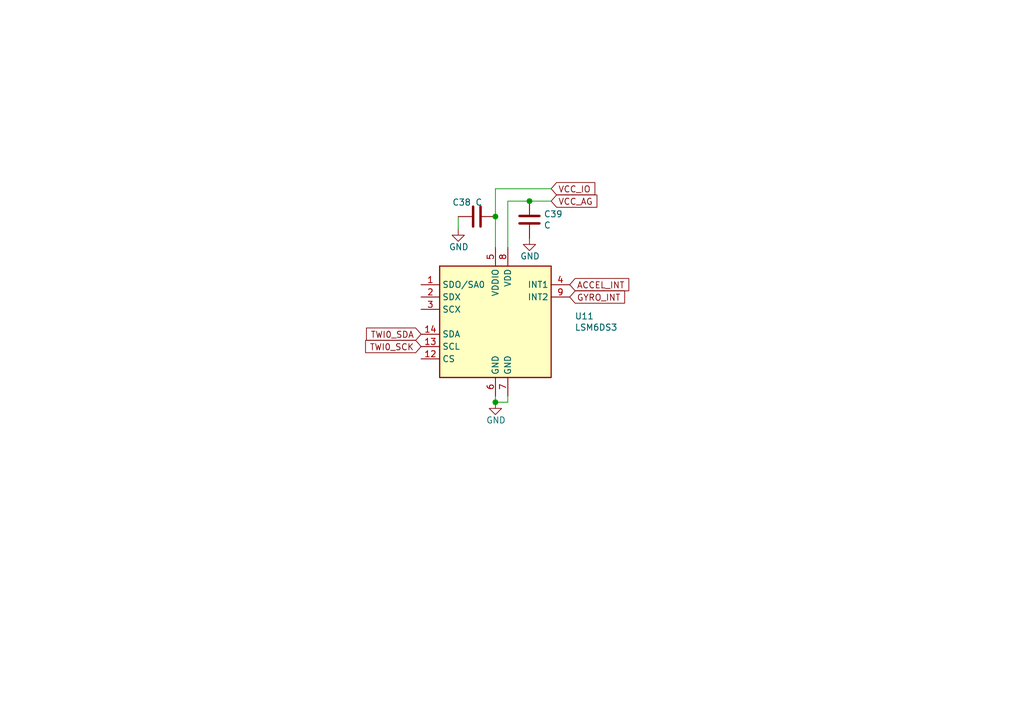
<source format=kicad_sch>
(kicad_sch (version 20210126) (generator eeschema)
  (paper "A5")
  (lib_symbols
    (symbol "Device:C" (pin_numbers hide) (pin_names (offset 0.254))
      (property "Reference" "C" (at 0.635 2.54 0))
      (property "Value" "C" (at 0.635 -2.54 0))
      (symbol "C_0_1"
        (polyline (pts (xy -2.032 -0.762) (xy 2.032 -0.762)) (stroke (width 0.508)))
        (polyline (pts (xy -2.032 0.762) (xy 2.032 0.762)) (stroke (width 0.508)))
      )
      (symbol "C_1_1"
        (pin passive line (at 0 3.81 270) (length 2.794) (name "~") (number "1"))
        (pin passive line (at 0 -3.81 90) (length 2.794) (name "~") (number "2"))
      )
    )
    (symbol "Sensor_Motion:LSM6DS3"
      (property "Reference" "U" (at -11.43 15.24 0))
      (property "Value" "LSM6DS3" (at -11.43 12.7 0))
      (symbol "LSM6DS3_0_1"
        (rectangle (start 11.43 11.43) (end -11.43 -11.43) (stroke (width 0.254)) (fill (type background)))
      )
      (symbol "LSM6DS3_1_1"
        (pin bidirectional line (at -15.24 7.62 0) (length 3.81) (name "SDO/SA0") (number "1"))
        (pin no_connect line (at 10.16 -5.08 180) (length 3.81) hide (name "NC") (number "10"))
        (pin no_connect line (at 10.16 -2.54 180) (length 3.81) hide (name "NC") (number "11"))
        (pin input line (at -15.24 -7.62 0) (length 3.81) (name "CS") (number "12"))
        (pin input line (at -15.24 -5.08 0) (length 3.81) (name "SCL") (number "13"))
        (pin bidirectional line (at -15.24 -2.54 0) (length 3.81) (name "SDA") (number "14"))
        (pin bidirectional line (at -15.24 5.08 0) (length 3.81) (name "SDX") (number "2"))
        (pin input line (at -15.24 2.54 0) (length 3.81) (name "SCX") (number "3"))
        (pin output line (at 15.24 7.62 180) (length 3.81) (name "INT1") (number "4"))
        (pin power_in line (at 0 15.24 270) (length 3.81) (name "VDDIO") (number "5"))
        (pin power_in line (at 0 -15.24 90) (length 3.81) (name "GND") (number "6"))
        (pin power_in line (at 2.54 -15.24 90) (length 3.81) (name "GND") (number "7"))
        (pin power_in line (at 2.54 15.24 270) (length 3.81) (name "VDD") (number "8"))
        (pin output line (at 15.24 5.08 180) (length 3.81) (name "INT2") (number "9"))
      )
    )
    (symbol "power:GND" (power) (pin_names (offset 0))
      (property "Value" "GND" (at 0 -3.81 0))
      (symbol "GND_0_1"
        (polyline (pts (xy 0 0) (xy 0 -1.27) (xy 1.27 -1.27) (xy 0 -2.54) (xy -1.27 -1.27) (xy 0 -1.27)))
      )
      (symbol "GND_1_1"
        (pin power_in line (at 0 0 270) (length 0) hide (name "GND") (number "1"))
      )
    )
  )
  (junction (at 101.6 44.45) (diameter 1.016))
  (junction (at 101.6 82.55) (diameter 1.016))
  (junction (at 108.585 41.275) (diameter 1.016))
  (wire (pts (xy 93.98 44.45) (xy 93.98 46.99)))
  (wire (pts (xy 101.6 38.735) (xy 101.6 44.45)))
  (wire (pts (xy 101.6 44.45) (xy 101.6 50.8)))
  (wire (pts (xy 101.6 81.28) (xy 101.6 82.55)))
  (wire (pts (xy 101.6 82.55) (xy 104.14 82.55)))
  (wire (pts (xy 104.14 41.275) (xy 104.14 50.8)))
  (wire (pts (xy 104.14 82.55) (xy 104.14 81.28)))
  (wire (pts (xy 108.585 41.275) (xy 104.14 41.275)))
  (wire (pts (xy 113.03 38.735) (xy 101.6 38.735)))
  (wire (pts (xy 113.03 41.275) (xy 108.585 41.275)))
  (global_label "TWI0_SDA" (shape input) (at 86.36 68.58 180) (property "Intersheet References" "${INTERSHEET_REFS}" (effects hide)))
  (global_label "TWI0_SCK" (shape input) (at 86.36 71.12 180) (property "Intersheet References" "${INTERSHEET_REFS}" (effects hide)))
  (global_label "VCC_IO" (shape input) (at 113.03 38.735 0) (property "Intersheet References" "${INTERSHEET_REFS}" (effects hide)))
  (global_label "VCC_AG" (shape input) (at 113.03 41.275 0) (property "Intersheet References" "${INTERSHEET_REFS}" (effects hide)))
  (global_label "ACCEL_INT" (shape input) (at 116.84 58.42 0) (property "Intersheet References" "${INTERSHEET_REFS}" (effects hide)))
  (global_label "GYRO_INT" (shape input) (at 116.84 60.96 0) (property "Intersheet References" "${INTERSHEET_REFS}" (effects hide)))
  (symbol (lib_id "power:GND") (at 93.98 46.99 0) (unit 1)
    (property "Reference" "#PWR0166" (effects hide))
    (property "Value" "GND" (at 94.0943 50.6794 0))
  )
  (symbol (lib_id "power:GND") (at 101.6 82.55 0) (unit 1)
    (property "Reference" "#PWR0167" (effects hide))
    (property "Value" "GND" (at 101.7143 86.2394 0))
  )
  (symbol (lib_id "power:GND") (at 108.585 48.895 0) (unit 1)
    (property "Reference" "#PWR0165" (effects hide))
    (property "Value" "GND" (at 108.6993 52.5844 0))
  )
  (symbol (lib_id "Device:C") (at 97.79 44.45 90) (unit 1)
    (property "Reference" "C38" (at 96.6406 41.5289 90) (effects (justify left)))
    (property "Value" "C" (at 98.9393 41.5289 90) (effects (justify left)))
  )
  (symbol (lib_id "Device:C") (at 108.585 45.085 0) (unit 1)
    (property "Reference" "C39" (at 111.5061 43.9356 0) (effects (justify left)))
    (property "Value" "C" (at 111.5061 46.2343 0) (effects (justify left)))
  )
  (symbol (lib_id "Sensor_Motion:LSM6DS3") (at 101.6 66.04 0) (unit 1)
    (property "Reference" "U11" (at 117.8561 64.8906 0) (effects (justify left)))
    (property "Value" "LSM6DS3" (at 117.8561 67.1893 0) (effects (justify left)))
    (property "Footprint" "Package_LGA:LGA-14_3x2.5mm_P0.5mm_LayoutBorder3x4y" (effects hide))
    (property "Datasheet" "www.st.com/resource/en/datasheet/lsm6ds3.pdf" (effects hide))
  )
)
</source>
